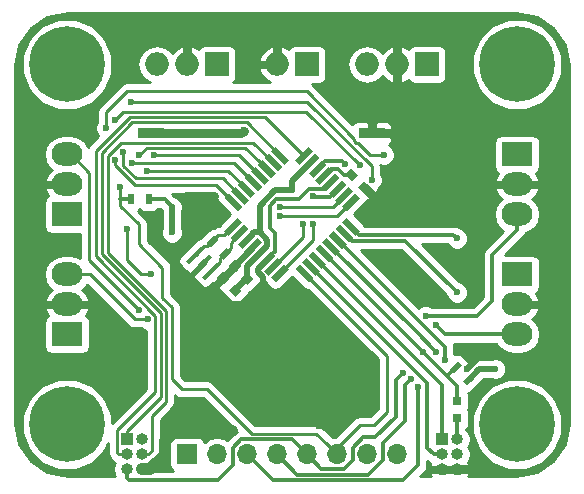
<source format=gbr>
G04 #@! TF.FileFunction,Copper,L2,Bot,Signal*
%FSLAX46Y46*%
G04 Gerber Fmt 4.6, Leading zero omitted, Abs format (unit mm)*
G04 Created by KiCad (PCBNEW 4.0.6+dfsg1-1) date Wed Jun  6 22:51:37 2018*
%MOMM*%
%LPD*%
G01*
G04 APERTURE LIST*
%ADD10C,0.100000*%
%ADD11C,0.600000*%
%ADD12R,2.200000X0.900000*%
%ADD13C,0.400000*%
%ADD14R,2.600000X2.000000*%
%ADD15O,2.600000X2.000000*%
%ADD16R,0.750000X0.800000*%
%ADD17R,1.700000X1.700000*%
%ADD18O,1.700000X1.700000*%
%ADD19O,1.998980X1.998980*%
%ADD20R,1.998980X1.998980*%
%ADD21R,0.500000X0.900000*%
%ADD22R,1.000000X1.000000*%
%ADD23O,1.000000X1.000000*%
%ADD24C,6.400000*%
%ADD25C,0.300000*%
%ADD26C,0.500000*%
%ADD27C,0.750000*%
%ADD28C,1.000000*%
%ADD29C,0.250000*%
%ADD30C,0.254000*%
G04 APERTURE END LIST*
D10*
D11*
X136398000Y-104648000D03*
X139192000Y-105537000D03*
X137096500Y-99631500D03*
X133350000Y-101346000D03*
X129413000Y-97790000D03*
X136080500Y-82042000D03*
X141986000Y-81788000D03*
X139446000Y-87312500D03*
X138303000Y-87312500D03*
X151828500Y-88900000D03*
X156527500Y-89535000D03*
X153225500Y-87503000D03*
X152971500Y-105473500D03*
X129921000Y-110363000D03*
X131127500Y-105283000D03*
X123825000Y-102425500D03*
X161861500Y-109982000D03*
X168021000Y-102235000D03*
X169037000Y-91503500D03*
X168719500Y-79565500D03*
X161480500Y-79502000D03*
X161290000Y-73152000D03*
X123444000Y-79692500D03*
X131127500Y-73342500D03*
X148844000Y-73406000D03*
X141668500Y-77343000D03*
X152781000Y-92519500D03*
X143827500Y-105473500D03*
X137096500Y-102489000D03*
X139509500Y-99631500D03*
X133096000Y-99885500D03*
X146875500Y-95948500D03*
X130937000Y-97790000D03*
X124587000Y-87693500D03*
X124396500Y-83693000D03*
X150177500Y-79248000D03*
X153225500Y-78676500D03*
X161163000Y-84074000D03*
X162369500Y-87503000D03*
X162115500Y-90678000D03*
X165862000Y-91503500D03*
X160845500Y-101981000D03*
X148336000Y-106807000D03*
X140970000Y-107251500D03*
D12*
X152801000Y-82044500D03*
D13*
X153551000Y-82044500D03*
X152051000Y-82044500D03*
D14*
X165100000Y-83820000D03*
D15*
X165100000Y-86360000D03*
X165100000Y-88900000D03*
D14*
X127000000Y-88900000D03*
D15*
X127000000Y-86360000D03*
X127000000Y-83820000D03*
D16*
X160020000Y-104660000D03*
X160020000Y-106160000D03*
D10*
G36*
X141794338Y-95353508D02*
X141264008Y-95883838D01*
X140698322Y-95318152D01*
X141228652Y-94787822D01*
X141794338Y-95353508D01*
X141794338Y-95353508D01*
G37*
G36*
X140733678Y-94292848D02*
X140203348Y-94823178D01*
X139637662Y-94257492D01*
X140167992Y-93727162D01*
X140733678Y-94292848D01*
X140733678Y-94292848D01*
G37*
G36*
X142810338Y-94337508D02*
X142280008Y-94867838D01*
X141714322Y-94302152D01*
X142244652Y-93771822D01*
X142810338Y-94337508D01*
X142810338Y-94337508D01*
G37*
G36*
X141749678Y-93276848D02*
X141219348Y-93807178D01*
X140653662Y-93241492D01*
X141183992Y-92711162D01*
X141749678Y-93276848D01*
X141749678Y-93276848D01*
G37*
G36*
X150537332Y-85535662D02*
X151067662Y-85005332D01*
X151633348Y-85571018D01*
X151103018Y-86101348D01*
X150537332Y-85535662D01*
X150537332Y-85535662D01*
G37*
G36*
X151597992Y-86596322D02*
X152128322Y-86065992D01*
X152694008Y-86631678D01*
X152163678Y-87162008D01*
X151597992Y-86596322D01*
X151597992Y-86596322D01*
G37*
D17*
X137160000Y-109220000D03*
D18*
X139700000Y-109220000D03*
X142240000Y-109220000D03*
X144780000Y-109220000D03*
X147320000Y-109220000D03*
X149860000Y-109220000D03*
X152400000Y-109220000D03*
X154940000Y-109220000D03*
D19*
X152400000Y-76200000D03*
D20*
X157480000Y-76200000D03*
D19*
X154940000Y-76200000D03*
X144780000Y-76200000D03*
D20*
X147320000Y-76200000D03*
D10*
G36*
X161489805Y-102750909D02*
X160853409Y-103387305D01*
X160499855Y-103033751D01*
X161136251Y-102397355D01*
X161489805Y-102750909D01*
X161489805Y-102750909D01*
G37*
G36*
X160429145Y-101690249D02*
X159792749Y-102326645D01*
X159439195Y-101973091D01*
X160075591Y-101336695D01*
X160429145Y-101690249D01*
X160429145Y-101690249D01*
G37*
D21*
X133909500Y-87630000D03*
X132409500Y-87630000D03*
D10*
G36*
X140852305Y-92082909D02*
X140215909Y-92719305D01*
X139862355Y-92365751D01*
X140498751Y-91729355D01*
X140852305Y-92082909D01*
X140852305Y-92082909D01*
G37*
G36*
X139791645Y-91022249D02*
X139155249Y-91658645D01*
X138801695Y-91305091D01*
X139438091Y-90668695D01*
X139791645Y-91022249D01*
X139791645Y-91022249D01*
G37*
G36*
X144653464Y-94645243D02*
X144264555Y-94256334D01*
X145395926Y-93124963D01*
X145784835Y-93513872D01*
X144653464Y-94645243D01*
X144653464Y-94645243D01*
G37*
G36*
X144087779Y-94079557D02*
X143698870Y-93690648D01*
X144830241Y-92559277D01*
X145219150Y-92948186D01*
X144087779Y-94079557D01*
X144087779Y-94079557D01*
G37*
G36*
X143522093Y-93513872D02*
X143133184Y-93124963D01*
X144264555Y-91993592D01*
X144653464Y-92382501D01*
X143522093Y-93513872D01*
X143522093Y-93513872D01*
G37*
G36*
X142956408Y-92948187D02*
X142567499Y-92559278D01*
X143698870Y-91427907D01*
X144087779Y-91816816D01*
X142956408Y-92948187D01*
X142956408Y-92948187D01*
G37*
G36*
X142390722Y-92382501D02*
X142001813Y-91993592D01*
X143133184Y-90862221D01*
X143522093Y-91251130D01*
X142390722Y-92382501D01*
X142390722Y-92382501D01*
G37*
G36*
X141825037Y-91816816D02*
X141436128Y-91427907D01*
X142567499Y-90296536D01*
X142956408Y-90685445D01*
X141825037Y-91816816D01*
X141825037Y-91816816D01*
G37*
G36*
X141259352Y-91251130D02*
X140870443Y-90862221D01*
X142001814Y-89730850D01*
X142390723Y-90119759D01*
X141259352Y-91251130D01*
X141259352Y-91251130D01*
G37*
G36*
X140693666Y-90685445D02*
X140304757Y-90296536D01*
X141436128Y-89165165D01*
X141825037Y-89554074D01*
X140693666Y-90685445D01*
X140693666Y-90685445D01*
G37*
G36*
X140304757Y-87503464D02*
X140693666Y-87114555D01*
X141825037Y-88245926D01*
X141436128Y-88634835D01*
X140304757Y-87503464D01*
X140304757Y-87503464D01*
G37*
G36*
X140870443Y-86937779D02*
X141259352Y-86548870D01*
X142390723Y-87680241D01*
X142001814Y-88069150D01*
X140870443Y-86937779D01*
X140870443Y-86937779D01*
G37*
G36*
X141436128Y-86372093D02*
X141825037Y-85983184D01*
X142956408Y-87114555D01*
X142567499Y-87503464D01*
X141436128Y-86372093D01*
X141436128Y-86372093D01*
G37*
G36*
X142001813Y-85806408D02*
X142390722Y-85417499D01*
X143522093Y-86548870D01*
X143133184Y-86937779D01*
X142001813Y-85806408D01*
X142001813Y-85806408D01*
G37*
G36*
X142567499Y-85240722D02*
X142956408Y-84851813D01*
X144087779Y-85983184D01*
X143698870Y-86372093D01*
X142567499Y-85240722D01*
X142567499Y-85240722D01*
G37*
G36*
X143133184Y-84675037D02*
X143522093Y-84286128D01*
X144653464Y-85417499D01*
X144264555Y-85806408D01*
X143133184Y-84675037D01*
X143133184Y-84675037D01*
G37*
G36*
X143698870Y-84109352D02*
X144087779Y-83720443D01*
X145219150Y-84851814D01*
X144830241Y-85240723D01*
X143698870Y-84109352D01*
X143698870Y-84109352D01*
G37*
G36*
X144264555Y-83543666D02*
X144653464Y-83154757D01*
X145784835Y-84286128D01*
X145395926Y-84675037D01*
X144264555Y-83543666D01*
X144264555Y-83543666D01*
G37*
G36*
X146704074Y-84675037D02*
X146315165Y-84286128D01*
X147446536Y-83154757D01*
X147835445Y-83543666D01*
X146704074Y-84675037D01*
X146704074Y-84675037D01*
G37*
G36*
X147269759Y-85240723D02*
X146880850Y-84851814D01*
X148012221Y-83720443D01*
X148401130Y-84109352D01*
X147269759Y-85240723D01*
X147269759Y-85240723D01*
G37*
G36*
X147835445Y-85806408D02*
X147446536Y-85417499D01*
X148577907Y-84286128D01*
X148966816Y-84675037D01*
X147835445Y-85806408D01*
X147835445Y-85806408D01*
G37*
G36*
X148401130Y-86372093D02*
X148012221Y-85983184D01*
X149143592Y-84851813D01*
X149532501Y-85240722D01*
X148401130Y-86372093D01*
X148401130Y-86372093D01*
G37*
G36*
X148966816Y-86937779D02*
X148577907Y-86548870D01*
X149709278Y-85417499D01*
X150098187Y-85806408D01*
X148966816Y-86937779D01*
X148966816Y-86937779D01*
G37*
G36*
X149532501Y-87503464D02*
X149143592Y-87114555D01*
X150274963Y-85983184D01*
X150663872Y-86372093D01*
X149532501Y-87503464D01*
X149532501Y-87503464D01*
G37*
G36*
X150098186Y-88069150D02*
X149709277Y-87680241D01*
X150840648Y-86548870D01*
X151229557Y-86937779D01*
X150098186Y-88069150D01*
X150098186Y-88069150D01*
G37*
G36*
X150663872Y-88634835D02*
X150274963Y-88245926D01*
X151406334Y-87114555D01*
X151795243Y-87503464D01*
X150663872Y-88634835D01*
X150663872Y-88634835D01*
G37*
G36*
X150274963Y-89554074D02*
X150663872Y-89165165D01*
X151795243Y-90296536D01*
X151406334Y-90685445D01*
X150274963Y-89554074D01*
X150274963Y-89554074D01*
G37*
G36*
X149709277Y-90119759D02*
X150098186Y-89730850D01*
X151229557Y-90862221D01*
X150840648Y-91251130D01*
X149709277Y-90119759D01*
X149709277Y-90119759D01*
G37*
G36*
X149143592Y-90685445D02*
X149532501Y-90296536D01*
X150663872Y-91427907D01*
X150274963Y-91816816D01*
X149143592Y-90685445D01*
X149143592Y-90685445D01*
G37*
G36*
X148577907Y-91251130D02*
X148966816Y-90862221D01*
X150098187Y-91993592D01*
X149709278Y-92382501D01*
X148577907Y-91251130D01*
X148577907Y-91251130D01*
G37*
G36*
X148012221Y-91816816D02*
X148401130Y-91427907D01*
X149532501Y-92559278D01*
X149143592Y-92948187D01*
X148012221Y-91816816D01*
X148012221Y-91816816D01*
G37*
G36*
X147446536Y-92382501D02*
X147835445Y-91993592D01*
X148966816Y-93124963D01*
X148577907Y-93513872D01*
X147446536Y-92382501D01*
X147446536Y-92382501D01*
G37*
G36*
X146880850Y-92948186D02*
X147269759Y-92559277D01*
X148401130Y-93690648D01*
X148012221Y-94079557D01*
X146880850Y-92948186D01*
X146880850Y-92948186D01*
G37*
G36*
X146315165Y-93513872D02*
X146704074Y-93124963D01*
X147835445Y-94256334D01*
X147446536Y-94645243D01*
X146315165Y-93513872D01*
X146315165Y-93513872D01*
G37*
D12*
X134112000Y-82022000D03*
D13*
X134862000Y-82022000D03*
X133362000Y-82022000D03*
D10*
G36*
X137080683Y-92823975D02*
X138353475Y-91551183D01*
X138636317Y-91834025D01*
X137363525Y-93106817D01*
X137080683Y-92823975D01*
X137080683Y-92823975D01*
G37*
G36*
X137752434Y-93495726D02*
X139025226Y-92222934D01*
X139308068Y-92505776D01*
X138035276Y-93778568D01*
X137752434Y-93495726D01*
X137752434Y-93495726D01*
G37*
G36*
X138424185Y-94167477D02*
X139696977Y-92894685D01*
X139979819Y-93177527D01*
X138707027Y-94450319D01*
X138424185Y-94167477D01*
X138424185Y-94167477D01*
G37*
D14*
X127000000Y-99060000D03*
D15*
X127000000Y-96520000D03*
X127000000Y-93980000D03*
D14*
X165100000Y-93980000D03*
D15*
X165100000Y-96520000D03*
X165100000Y-99060000D03*
D22*
X132080000Y-107950000D03*
D23*
X133350000Y-107950000D03*
X132080000Y-109220000D03*
X133350000Y-109220000D03*
X132080000Y-110490000D03*
X133350000Y-110490000D03*
D24*
X165100000Y-106680000D03*
D11*
X167500000Y-106680000D03*
X166797056Y-108377056D03*
X165100000Y-109080000D03*
X163402944Y-108377056D03*
X162700000Y-106680000D03*
X163402944Y-104982944D03*
X165100000Y-104280000D03*
X166797056Y-104982944D03*
D24*
X127000000Y-106680000D03*
D11*
X129400000Y-106680000D03*
X128697056Y-108377056D03*
X127000000Y-109080000D03*
X125302944Y-108377056D03*
X124600000Y-106680000D03*
X125302944Y-104982944D03*
X127000000Y-104280000D03*
X128697056Y-104982944D03*
D24*
X127000000Y-76200000D03*
D11*
X129400000Y-76200000D03*
X128697056Y-77897056D03*
X127000000Y-78600000D03*
X125302944Y-77897056D03*
X124600000Y-76200000D03*
X125302944Y-74502944D03*
X127000000Y-73800000D03*
X128697056Y-74502944D03*
D24*
X165100000Y-76200000D03*
D11*
X167500000Y-76200000D03*
X166797056Y-77897056D03*
X165100000Y-78600000D03*
X163402944Y-77897056D03*
X162700000Y-76200000D03*
X163402944Y-74502944D03*
X165100000Y-73800000D03*
X166797056Y-74502944D03*
D22*
X158750000Y-107950000D03*
D23*
X160020000Y-107950000D03*
X158750000Y-109220000D03*
X160020000Y-109220000D03*
X158750000Y-110490000D03*
X160020000Y-110490000D03*
D11*
X137033000Y-87312500D03*
D19*
X134620000Y-76200000D03*
D20*
X139700000Y-76200000D03*
D19*
X137160000Y-76200000D03*
D11*
X155448000Y-102298500D03*
X157168314Y-100584000D03*
X163258500Y-101981000D03*
X135890000Y-88265000D03*
X135890000Y-90424000D03*
X146050000Y-86868000D03*
X138430000Y-90424000D03*
X137033000Y-90424000D03*
X139446000Y-94996000D03*
X134112000Y-93980000D03*
X132080000Y-90170000D03*
X133096000Y-97028000D03*
X133858000Y-97790000D03*
X157353000Y-97536000D03*
X158242000Y-98298000D03*
X145034000Y-88265000D03*
X145034000Y-89065003D03*
X160020000Y-90932000D03*
X160020000Y-95504000D03*
X159004000Y-101219000D03*
X156718000Y-103505000D03*
X158242000Y-100520500D03*
X156083000Y-102870000D03*
X131508500Y-86614000D03*
X130302000Y-81597500D03*
X153824767Y-83846271D03*
X147828000Y-89725500D03*
X146939000Y-89725500D03*
X133731000Y-85207000D03*
X132461000Y-84582000D03*
X132397500Y-79375000D03*
X152781000Y-85979000D03*
X131762500Y-83629500D03*
X151765000Y-84709000D03*
X131064000Y-80899000D03*
X131064000Y-84264500D03*
X134366000Y-83883500D03*
X133115999Y-83883500D03*
X150495000Y-84645500D03*
X147828000Y-87376000D03*
D25*
X160020000Y-103435686D02*
X159136814Y-102552500D01*
X159136814Y-102552500D02*
X156914314Y-100330000D01*
X159934170Y-101831670D02*
X159213340Y-102552500D01*
X159213340Y-102552500D02*
X159136814Y-102552500D01*
X132080000Y-110490000D02*
X132080000Y-111197106D01*
X132080000Y-111197106D02*
X132261894Y-111379000D01*
X132261894Y-111379000D02*
X139763500Y-111379000D01*
X139763500Y-111379000D02*
X141039999Y-110102501D01*
X141039999Y-110102501D02*
X141039999Y-108643999D01*
X141039999Y-108643999D02*
X141733998Y-107950000D01*
X141733998Y-107950000D02*
X146050000Y-107950000D01*
X146050000Y-107950000D02*
X147320000Y-109220000D01*
X151199999Y-109656003D02*
X151199999Y-108643999D01*
X151199999Y-108643999D02*
X152084498Y-107759500D01*
X155448000Y-102298500D02*
X154813000Y-102933500D01*
X154813000Y-102933500D02*
X154813000Y-106045000D01*
X153098500Y-107759500D02*
X152084498Y-107759500D01*
X154813000Y-106045000D02*
X153098500Y-107759500D01*
X151199999Y-109656003D02*
X150436001Y-110420001D01*
X148520001Y-110420001D02*
X147320000Y-109220000D01*
X150436001Y-110420001D02*
X148520001Y-110420001D01*
X156914314Y-100330000D02*
X148772361Y-92188047D01*
X156914314Y-100330000D02*
X157168314Y-100584000D01*
X160020000Y-104660000D02*
X160020000Y-103435686D01*
X160020000Y-106160000D02*
X160020000Y-107950000D01*
X133909500Y-87630000D02*
X135255000Y-87630000D01*
X135255000Y-87630000D02*
X135890000Y-88265000D01*
D26*
X161906160Y-101981000D02*
X163258500Y-101981000D01*
X160994830Y-102892330D02*
X161906160Y-101981000D01*
X135890000Y-88265000D02*
X135890000Y-90424000D01*
X147640990Y-84480583D02*
X146050000Y-86071573D01*
X146050000Y-86071573D02*
X146050000Y-86868000D01*
X143319585Y-90412211D02*
X143319585Y-88168871D01*
X143319585Y-88168871D02*
X144620456Y-86868000D01*
X144620456Y-86868000D02*
X145625736Y-86868000D01*
X145625736Y-86868000D02*
X146050000Y-86868000D01*
X142196268Y-91056676D02*
X142840733Y-90412211D01*
X142840733Y-90412211D02*
X143319585Y-90412211D01*
X143319585Y-90412211D02*
X143972103Y-91064729D01*
X143972103Y-91064729D02*
X143972103Y-91543583D01*
X143972103Y-91543583D02*
X143964034Y-91551652D01*
X143964034Y-91551652D02*
X143327639Y-92188047D01*
X143327639Y-92188047D02*
X142262330Y-93253356D01*
X142262330Y-93253356D02*
X142262330Y-94319830D01*
X141246330Y-95335830D02*
X142262330Y-94319830D01*
D27*
X161861500Y-109982000D02*
X161353500Y-110490000D01*
X161353500Y-110490000D02*
X160020000Y-110490000D01*
X152801000Y-82044500D02*
X155064500Y-82044500D01*
X152801000Y-82044500D02*
X152801000Y-80844500D01*
X152801000Y-80844500D02*
X152781000Y-80824500D01*
X136080500Y-82042000D02*
X134132000Y-82042000D01*
X134132000Y-82042000D02*
X134112000Y-82022000D01*
D28*
X133350000Y-110490000D02*
X134057106Y-110490000D01*
X134057106Y-110490000D02*
X135318500Y-109228606D01*
X135318500Y-109228606D02*
X135318500Y-108101498D01*
X136168498Y-107251500D02*
X140545736Y-107251500D01*
X135318500Y-108101498D02*
X136168498Y-107251500D01*
X140545736Y-107251500D02*
X140970000Y-107251500D01*
D27*
X138303000Y-87312500D02*
X139446000Y-87312500D01*
X137033000Y-87312500D02*
X138303000Y-87312500D01*
X136080500Y-82042000D02*
X141732000Y-82042000D01*
X141732000Y-82042000D02*
X141752000Y-82022000D01*
X141752000Y-82022000D02*
X141946918Y-81827082D01*
D26*
X141752000Y-82022000D02*
X141986000Y-81788000D01*
X160845500Y-101981000D02*
X161925000Y-100901500D01*
D27*
X152146000Y-86614000D02*
X153035000Y-87503000D01*
X153035000Y-87503000D02*
X153225500Y-87503000D01*
D26*
X143893324Y-92753732D02*
X143140872Y-93506184D01*
X143140872Y-93506184D02*
X143140872Y-93769061D01*
X143140872Y-93769061D02*
X143573500Y-94201689D01*
X143573500Y-94201689D02*
X143573500Y-94678500D01*
X143573500Y-94678500D02*
X141795500Y-96456500D01*
X141795500Y-96456500D02*
X140906500Y-96456500D01*
X140906500Y-96456500D02*
X139446000Y-94996000D01*
D25*
X144145000Y-90037402D02*
X144399000Y-90291402D01*
X144399000Y-90291402D02*
X144572113Y-90464515D01*
D26*
X140185670Y-94275170D02*
X140166830Y-94275170D01*
X140166830Y-94275170D02*
X139446000Y-94996000D01*
X140185670Y-94275170D02*
X141201670Y-93259170D01*
X142761953Y-91622361D02*
X142761953Y-91698887D01*
X142761953Y-91698887D02*
X141201670Y-93259170D01*
D25*
X149338047Y-86177639D02*
X148789687Y-86725999D01*
X148789687Y-86725999D02*
X147515999Y-86725999D01*
X147515999Y-86725999D02*
X146626999Y-87614999D01*
X146626999Y-87614999D02*
X144721999Y-87614999D01*
X144721999Y-87614999D02*
X144145000Y-88191998D01*
X144145000Y-88191998D02*
X144145000Y-90037402D01*
X144572113Y-90464515D02*
X144572113Y-92074943D01*
X144572113Y-92074943D02*
X144529719Y-92117337D01*
X144529719Y-92117337D02*
X143893324Y-92753732D01*
X148772361Y-85611953D02*
X149316825Y-85067489D01*
X149316825Y-85067489D02*
X149969159Y-85067489D01*
X149969159Y-85067489D02*
X150455010Y-85553340D01*
X150455010Y-85553340D02*
X151085340Y-85553340D01*
D29*
X132080000Y-92773500D02*
X133286500Y-93980000D01*
X133286500Y-93980000D02*
X134112000Y-93980000D01*
X132080000Y-90170000D02*
X132080000Y-92773500D01*
X128841500Y-85361500D02*
X128841500Y-92773500D01*
X128841500Y-92773500D02*
X129540000Y-93472000D01*
X127300000Y-83820000D02*
X128841500Y-85361500D01*
X133096000Y-97028000D02*
X129540000Y-93472000D01*
X127300000Y-83820000D02*
X127000000Y-83820000D01*
X132715000Y-97790000D02*
X128905000Y-93980000D01*
X128905000Y-93980000D02*
X127000000Y-93980000D01*
X133858000Y-97790000D02*
X132715000Y-97790000D01*
D25*
X163004500Y-96202500D02*
X163004500Y-92295500D01*
X163004500Y-92295500D02*
X165100000Y-90200000D01*
X165100000Y-90200000D02*
X165100000Y-88900000D01*
X161671000Y-97536000D02*
X163004500Y-96202500D01*
X157353000Y-97536000D02*
X161671000Y-97536000D01*
X164800000Y-88900000D02*
X165100000Y-88900000D01*
X158242000Y-98298000D02*
X159004000Y-99060000D01*
X159004000Y-99060000D02*
X165100000Y-99060000D01*
D29*
X145024695Y-83914897D02*
X142199298Y-81089500D01*
X142199298Y-81089500D02*
X132524500Y-81089500D01*
X129926510Y-83687490D02*
X129926510Y-92269600D01*
X132524500Y-81089500D02*
X129926510Y-83687490D01*
X129926510Y-92269600D02*
X134933011Y-97276101D01*
X134933011Y-97276101D02*
X134933011Y-104346989D01*
X134933011Y-104346989D02*
X132080000Y-107200000D01*
X132080000Y-107200000D02*
X132080000Y-107950000D01*
X147075305Y-83914897D02*
X143799898Y-80639490D01*
X143799898Y-80639490D02*
X132338100Y-80639490D01*
X131372894Y-109220000D02*
X132080000Y-109220000D01*
X132338100Y-80639490D02*
X129476500Y-83501090D01*
X129476500Y-83501090D02*
X129476500Y-92456000D01*
X129476500Y-92456000D02*
X134483001Y-97462501D01*
X134483001Y-97462501D02*
X134483001Y-103961997D01*
X134483001Y-103961997D02*
X131254999Y-107189999D01*
X131254999Y-109102105D02*
X131372894Y-109220000D01*
X131254999Y-107189999D02*
X131254999Y-109102105D01*
X133858000Y-109220000D02*
X133350000Y-109220000D01*
X134175001Y-108902999D02*
X133858000Y-109220000D01*
X135383021Y-104773979D02*
X134175001Y-105981999D01*
X134175001Y-105981999D02*
X134175001Y-108902999D01*
X135383021Y-97089701D02*
X135383021Y-104773979D01*
X144459010Y-84480583D02*
X142786917Y-82808490D01*
X142786917Y-82808490D02*
X131567511Y-82808489D01*
X131567511Y-82808489D02*
X130429000Y-83947000D01*
X130429000Y-83947000D02*
X130429000Y-92135680D01*
X130429000Y-92135680D02*
X135383021Y-97089701D01*
D25*
X157480000Y-103158427D02*
X157480000Y-108657106D01*
X157480000Y-108657106D02*
X158042894Y-109220000D01*
X158042894Y-109220000D02*
X158750000Y-109220000D01*
X147640990Y-93319417D02*
X157480000Y-103158427D01*
X158750000Y-103297056D02*
X158750000Y-107950000D01*
X148206676Y-92753732D02*
X158750000Y-103297056D01*
D29*
X150469417Y-87309010D02*
X149513427Y-88265000D01*
X149513427Y-88265000D02*
X145034000Y-88265000D01*
X151035103Y-87874695D02*
X149844795Y-89065003D01*
X149844795Y-89065003D02*
X145034000Y-89065003D01*
D25*
X151035103Y-89925305D02*
X151737173Y-90627375D01*
X151737173Y-90627375D02*
X159715375Y-90627375D01*
X159715375Y-90627375D02*
X160020000Y-90932000D01*
X150469417Y-90490990D02*
X151105812Y-91127385D01*
X155643385Y-91127385D02*
X160020000Y-95504000D01*
X151105812Y-91127385D02*
X155643385Y-91127385D01*
X156718000Y-103505000D02*
X156718000Y-110109000D01*
X156718000Y-110109000D02*
X155406981Y-111420019D01*
X155406981Y-111420019D02*
X144440019Y-111420019D01*
X144440019Y-111420019D02*
X142240000Y-109220000D01*
X159004000Y-101219000D02*
X159004000Y-100156944D01*
X159004000Y-100156944D02*
X158115000Y-99267944D01*
X158115000Y-99267944D02*
X149903732Y-91056676D01*
X156083000Y-102870000D02*
X155638500Y-103314500D01*
X153739999Y-108267500D02*
X153739999Y-109656003D01*
X155638500Y-103314500D02*
X155638500Y-106368999D01*
X155638500Y-106368999D02*
X153739999Y-108267500D01*
X152475993Y-110920009D02*
X146480009Y-110920009D01*
X153739999Y-109656003D02*
X152475993Y-110920009D01*
X146480009Y-110920009D02*
X144780000Y-109220000D01*
X156781500Y-99060000D02*
X157924500Y-100203000D01*
X157924500Y-100203000D02*
X158178500Y-100457000D01*
X158242000Y-100520500D02*
X157924500Y-100203000D01*
X156775686Y-99060000D02*
X156781500Y-99060000D01*
X149338047Y-91622361D02*
X156775686Y-99060000D01*
D29*
X131508500Y-86614000D02*
X131508500Y-87630000D01*
X131508500Y-87630000D02*
X131508500Y-88155926D01*
D25*
X132409500Y-87630000D02*
X131508500Y-87630000D01*
D29*
X133096000Y-91440000D02*
X135064500Y-93408500D01*
X135890000Y-96774000D02*
X135890000Y-102870000D01*
X135064500Y-93408500D02*
X135064500Y-95948500D01*
X135064500Y-95948500D02*
X135890000Y-96774000D01*
X153824767Y-83846271D02*
X152616771Y-83846271D01*
X152616771Y-83846271D02*
X151638000Y-82867500D01*
X151638000Y-82867500D02*
X151488998Y-82867500D01*
X151488998Y-82867500D02*
X151320500Y-82699002D01*
X147320000Y-78486000D02*
X132080000Y-78486000D01*
X151320500Y-82699002D02*
X151320500Y-82486500D01*
X151320500Y-82486500D02*
X147320000Y-78486000D01*
X132080000Y-78486000D02*
X130302000Y-80264000D01*
X130302000Y-80264000D02*
X130302000Y-80391000D01*
X130302000Y-80391000D02*
X130302000Y-81597500D01*
X142621000Y-107474990D02*
X148114990Y-107474990D01*
X135890000Y-102870000D02*
X136715500Y-103695500D01*
X136715500Y-103695500D02*
X138841510Y-103695500D01*
X138841510Y-103695500D02*
X142621000Y-107474990D01*
X131508500Y-88155926D02*
X133096000Y-89743426D01*
X133096000Y-89743426D02*
X133096000Y-91440000D01*
X148114990Y-107474990D02*
X149010001Y-108370001D01*
X149010001Y-108370001D02*
X149860000Y-109220000D01*
X147075305Y-93885103D02*
X154051000Y-100860798D01*
X154051000Y-100860798D02*
X154051000Y-100901500D01*
X154051000Y-102362000D02*
X154051000Y-100901500D01*
X154051000Y-105664000D02*
X154051000Y-102362000D01*
X152971500Y-106743500D02*
X154051000Y-105664000D01*
X151765000Y-106743500D02*
X152971500Y-106743500D01*
X149860000Y-108648500D02*
X151765000Y-106743500D01*
X149860000Y-109220000D02*
X149860000Y-108648500D01*
X145024695Y-93885103D02*
X147828000Y-91081798D01*
X147828000Y-91081798D02*
X147828000Y-89725500D01*
X144459010Y-93319417D02*
X146939000Y-90839427D01*
X146939000Y-90839427D02*
X146939000Y-89725500D01*
X133731000Y-85207000D02*
X140659944Y-85207000D01*
X140659944Y-85207000D02*
X142196268Y-86743324D01*
X141166314Y-84582000D02*
X132461000Y-84582000D01*
X142761953Y-86177639D02*
X141166314Y-84582000D01*
X132397500Y-79375000D02*
X147356002Y-79375000D01*
X147356002Y-79375000D02*
X152781000Y-84799998D01*
X152781000Y-84799998D02*
X152781000Y-85979000D01*
X138620500Y-85852000D02*
X138493500Y-85852000D01*
X132805998Y-85852000D02*
X131762500Y-84808502D01*
X140173573Y-85852000D02*
X138620500Y-85852000D01*
X138620500Y-85852000D02*
X132805998Y-85852000D01*
X131762500Y-84808502D02*
X131762500Y-83629500D01*
X141630583Y-87309010D02*
X140173573Y-85852000D01*
X151765000Y-84709000D02*
X147245481Y-80189481D01*
X147245481Y-80189481D02*
X131773519Y-80189481D01*
X131773519Y-80189481D02*
X131363999Y-80599001D01*
X131363999Y-80599001D02*
X131064000Y-80899000D01*
X133858000Y-86423500D02*
X132741088Y-86423500D01*
X132741088Y-86423500D02*
X131064000Y-84746412D01*
X131064000Y-84746412D02*
X131064000Y-84264500D01*
X139613702Y-86423500D02*
X133858000Y-86423500D01*
X141064897Y-87874695D02*
X139613702Y-86423500D01*
X134366000Y-83883500D02*
X141599186Y-83883500D01*
X141599186Y-83883500D02*
X143327639Y-85611953D01*
X133115999Y-83883500D02*
X133741000Y-83258499D01*
X133741000Y-83258499D02*
X142105555Y-83258499D01*
X142105555Y-83258499D02*
X143256929Y-84409873D01*
X143256929Y-84409873D02*
X143893324Y-85046268D01*
X139954000Y-92910502D02*
X139954000Y-92627660D01*
X139954000Y-92627660D02*
X140357330Y-92224330D01*
X139228751Y-93635751D02*
X139954000Y-92910502D01*
X140843000Y-91738660D02*
X140843000Y-91278573D01*
X140843000Y-91278573D02*
X141630583Y-90490990D01*
X140357330Y-92224330D02*
X140843000Y-91738660D01*
X138610498Y-91567000D02*
X138893340Y-91567000D01*
X138893340Y-91567000D02*
X139296670Y-91163670D01*
X137885249Y-92292249D02*
X138610498Y-91567000D01*
X139782340Y-90678000D02*
X140312202Y-90678000D01*
X140312202Y-90678000D02*
X141064897Y-89925305D01*
X139296670Y-91163670D02*
X139782340Y-90678000D01*
D25*
X148206676Y-85046268D02*
X148843071Y-84409873D01*
X148843071Y-84409873D02*
X150259373Y-84409873D01*
X150259373Y-84409873D02*
X150495000Y-84645500D01*
X148339719Y-87379719D02*
X147831719Y-87379719D01*
X147831719Y-87379719D02*
X147828000Y-87376000D01*
X148339719Y-87379719D02*
X149267337Y-87379719D01*
X149267337Y-87379719D02*
X149903732Y-86743324D01*
D30*
G36*
X166767005Y-72175498D02*
X168180221Y-73119779D01*
X169124502Y-74532997D01*
X169470000Y-76269931D01*
X169470000Y-106610069D01*
X169124502Y-108347003D01*
X168180221Y-109760221D01*
X166767005Y-110704502D01*
X165030069Y-111050000D01*
X160986145Y-111050000D01*
X161061839Y-110940395D01*
X161075142Y-110908209D01*
X160964225Y-110738000D01*
X160268000Y-110738000D01*
X160268000Y-110758000D01*
X159772000Y-110758000D01*
X159772000Y-110738000D01*
X158998000Y-110738000D01*
X158998000Y-110758000D01*
X158502000Y-110758000D01*
X158502000Y-110738000D01*
X157805775Y-110738000D01*
X157694858Y-110908209D01*
X157708161Y-110940395D01*
X157783855Y-111050000D01*
X156887158Y-111050000D01*
X157273079Y-110664079D01*
X157443245Y-110409406D01*
X157503000Y-110109000D01*
X157503000Y-109785225D01*
X157742487Y-109945245D01*
X157769602Y-109950639D01*
X157708161Y-110039605D01*
X157694858Y-110071791D01*
X157805775Y-110242000D01*
X158253604Y-110242000D01*
X158293418Y-110268603D01*
X158727764Y-110355000D01*
X158772236Y-110355000D01*
X159206582Y-110268603D01*
X159246396Y-110242000D01*
X159523604Y-110242000D01*
X159563418Y-110268603D01*
X159997764Y-110355000D01*
X160042236Y-110355000D01*
X160476582Y-110268603D01*
X160516396Y-110242000D01*
X160964225Y-110242000D01*
X161075142Y-110071791D01*
X161061839Y-110039605D01*
X160945743Y-109871498D01*
X161090839Y-109654346D01*
X161177236Y-109220000D01*
X161090839Y-108785654D01*
X160956766Y-108585000D01*
X161090839Y-108384346D01*
X161177236Y-107950000D01*
X161090839Y-107515654D01*
X161039943Y-107439482D01*
X161264336Y-107439482D01*
X161846950Y-108849515D01*
X162924811Y-109929259D01*
X164333825Y-110514333D01*
X165859482Y-110515664D01*
X167269515Y-109933050D01*
X168349259Y-108855189D01*
X168934333Y-107446175D01*
X168935664Y-105920518D01*
X168353050Y-104510485D01*
X167275189Y-103430741D01*
X165866175Y-102845667D01*
X164340518Y-102844336D01*
X162930485Y-103426950D01*
X161850741Y-104504811D01*
X161265667Y-105913825D01*
X161264336Y-107439482D01*
X161039943Y-107439482D01*
X160844802Y-107147434D01*
X160805000Y-107120839D01*
X160805000Y-107050757D01*
X160846441Y-107024090D01*
X160991431Y-106811890D01*
X161042440Y-106560000D01*
X161042440Y-105760000D01*
X160998162Y-105524683D01*
X160924380Y-105410022D01*
X160991431Y-105311890D01*
X161042440Y-105060000D01*
X161042440Y-104260000D01*
X160998162Y-104024683D01*
X160987302Y-104007807D01*
X161097036Y-103987159D01*
X161311218Y-103845114D01*
X161947614Y-103208718D01*
X161985566Y-103153174D01*
X162272739Y-102866000D01*
X162951678Y-102866000D01*
X163071701Y-102915838D01*
X163443667Y-102916162D01*
X163787443Y-102774117D01*
X164050692Y-102511327D01*
X164193338Y-102167799D01*
X164193662Y-101795833D01*
X164051617Y-101452057D01*
X163788827Y-101188808D01*
X163445299Y-101046162D01*
X163073333Y-101045838D01*
X162951931Y-101096000D01*
X161906165Y-101096000D01*
X161906160Y-101095999D01*
X161626455Y-101151637D01*
X161567485Y-101163367D01*
X161280370Y-101355210D01*
X161280368Y-101355213D01*
X161054331Y-101581250D01*
X161028999Y-101446622D01*
X160886954Y-101232440D01*
X160533400Y-100878886D01*
X160335697Y-100743801D01*
X160084535Y-100689317D01*
X159831964Y-100736841D01*
X159819785Y-100744918D01*
X159797117Y-100690057D01*
X159789000Y-100681926D01*
X159789000Y-100156944D01*
X159729245Y-99856538D01*
X159721536Y-99845000D01*
X163357997Y-99845000D01*
X163605971Y-100216120D01*
X164136404Y-100570543D01*
X164762091Y-100695000D01*
X165437909Y-100695000D01*
X166063596Y-100570543D01*
X166594029Y-100216120D01*
X166948452Y-99685687D01*
X167072909Y-99060000D01*
X166948452Y-98434313D01*
X166594029Y-97903880D01*
X166404769Y-97777421D01*
X166695362Y-97525411D01*
X166957390Y-97017758D01*
X166855270Y-96768000D01*
X165348000Y-96768000D01*
X165348000Y-96788000D01*
X164852000Y-96788000D01*
X164852000Y-96768000D01*
X164832000Y-96768000D01*
X164832000Y-96272000D01*
X164852000Y-96272000D01*
X164852000Y-96252000D01*
X165348000Y-96252000D01*
X165348000Y-96272000D01*
X166855270Y-96272000D01*
X166957390Y-96022242D01*
X166706961Y-95537060D01*
X166851441Y-95444090D01*
X166996431Y-95231890D01*
X167047440Y-94980000D01*
X167047440Y-92980000D01*
X167003162Y-92744683D01*
X166864090Y-92528559D01*
X166651890Y-92383569D01*
X166400000Y-92332560D01*
X164077598Y-92332560D01*
X165655076Y-90755081D01*
X165655079Y-90755079D01*
X165825245Y-90500406D01*
X165834037Y-90456205D01*
X166063596Y-90410543D01*
X166594029Y-90056120D01*
X166948452Y-89525687D01*
X167072909Y-88900000D01*
X166948452Y-88274313D01*
X166594029Y-87743880D01*
X166404769Y-87617421D01*
X166695362Y-87365411D01*
X166957390Y-86857758D01*
X166855270Y-86608000D01*
X165348000Y-86608000D01*
X165348000Y-86628000D01*
X164852000Y-86628000D01*
X164852000Y-86608000D01*
X163344730Y-86608000D01*
X163242610Y-86857758D01*
X163504638Y-87365411D01*
X163795231Y-87617421D01*
X163605971Y-87743880D01*
X163251548Y-88274313D01*
X163127091Y-88900000D01*
X163251548Y-89525687D01*
X163605971Y-90056120D01*
X163922335Y-90267507D01*
X162449421Y-91740421D01*
X162279255Y-91995093D01*
X162257512Y-92104401D01*
X162219500Y-92295500D01*
X162219500Y-95877342D01*
X161345842Y-96751000D01*
X157890506Y-96751000D01*
X157883327Y-96743808D01*
X157539799Y-96601162D01*
X157167833Y-96600838D01*
X156824057Y-96742883D01*
X156762023Y-96804809D01*
X151869599Y-91912385D01*
X155318227Y-91912385D01*
X159084847Y-95679005D01*
X159084838Y-95689167D01*
X159226883Y-96032943D01*
X159489673Y-96296192D01*
X159833201Y-96438838D01*
X160205167Y-96439162D01*
X160548943Y-96297117D01*
X160812192Y-96034327D01*
X160954838Y-95690799D01*
X160955162Y-95318833D01*
X160813117Y-94975057D01*
X160550327Y-94711808D01*
X160206799Y-94569162D01*
X160195310Y-94569152D01*
X157038533Y-91412375D01*
X159206815Y-91412375D01*
X159226883Y-91460943D01*
X159489673Y-91724192D01*
X159833201Y-91866838D01*
X160205167Y-91867162D01*
X160548943Y-91725117D01*
X160812192Y-91462327D01*
X160954838Y-91118799D01*
X160955162Y-90746833D01*
X160813117Y-90403057D01*
X160550327Y-90139808D01*
X160206799Y-89997162D01*
X160157944Y-89997119D01*
X160015782Y-89902130D01*
X159715375Y-89842375D01*
X152255471Y-89842375D01*
X152253052Y-89838727D01*
X151314325Y-88900000D01*
X152253052Y-87961273D01*
X152388137Y-87763570D01*
X152389857Y-87755640D01*
X152523376Y-87700335D01*
X152633020Y-87590691D01*
X152633020Y-87366185D01*
X152154839Y-86888004D01*
X152125120Y-86917723D01*
X151864143Y-86656746D01*
X151838163Y-86638994D01*
X151871996Y-86605161D01*
X151823913Y-86557078D01*
X151954307Y-86426683D01*
X151987883Y-86507943D01*
X152250673Y-86771192D01*
X152594201Y-86913838D01*
X152711105Y-86913940D01*
X152898185Y-87101020D01*
X153122691Y-87101020D01*
X153232335Y-86991376D01*
X153329008Y-86757987D01*
X153329008Y-86753085D01*
X153573192Y-86509327D01*
X153715838Y-86165799D01*
X153716162Y-85793833D01*
X153574117Y-85450057D01*
X153541000Y-85416882D01*
X153541000Y-84799998D01*
X153528174Y-84735518D01*
X153637968Y-84781109D01*
X154009934Y-84781433D01*
X154353710Y-84639388D01*
X154616959Y-84376598D01*
X154759605Y-84033070D01*
X154759929Y-83661104D01*
X154617884Y-83317328D01*
X154355094Y-83054079D01*
X154273378Y-83020148D01*
X154439327Y-82854198D01*
X154453492Y-82820000D01*
X163152560Y-82820000D01*
X163152560Y-84820000D01*
X163196838Y-85055317D01*
X163335910Y-85271441D01*
X163492374Y-85378349D01*
X163242610Y-85862242D01*
X163344730Y-86112000D01*
X164852000Y-86112000D01*
X164852000Y-86092000D01*
X165348000Y-86092000D01*
X165348000Y-86112000D01*
X166855270Y-86112000D01*
X166957390Y-85862242D01*
X166706961Y-85377060D01*
X166851441Y-85284090D01*
X166996431Y-85071890D01*
X167047440Y-84820000D01*
X167047440Y-82820000D01*
X167003162Y-82584683D01*
X166864090Y-82368559D01*
X166651890Y-82223569D01*
X166400000Y-82172560D01*
X163800000Y-82172560D01*
X163564683Y-82216838D01*
X163348559Y-82355910D01*
X163203569Y-82568110D01*
X163152560Y-82820000D01*
X154453492Y-82820000D01*
X154536000Y-82620809D01*
X154536000Y-82428250D01*
X154377250Y-82269500D01*
X154355867Y-82269500D01*
X154396450Y-82144633D01*
X154370887Y-81819500D01*
X154377250Y-81819500D01*
X154536000Y-81660750D01*
X154536000Y-81468191D01*
X154439327Y-81234802D01*
X154260699Y-81056173D01*
X154027310Y-80959500D01*
X153207750Y-80959500D01*
X153049000Y-81118250D01*
X153049000Y-81683922D01*
X152995672Y-81630594D01*
X152808225Y-81628450D01*
X152801872Y-81647998D01*
X152793775Y-81628450D01*
X152606328Y-81630594D01*
X152553000Y-81683922D01*
X152553000Y-81118250D01*
X152394250Y-80959500D01*
X151574690Y-80959500D01*
X151341301Y-81056173D01*
X151162673Y-81234802D01*
X151157088Y-81248286D01*
X147857401Y-77948599D01*
X147705242Y-77846930D01*
X148319490Y-77846930D01*
X148554807Y-77802652D01*
X148770931Y-77663580D01*
X148915921Y-77451380D01*
X148966930Y-77199490D01*
X148966930Y-76200000D01*
X150733488Y-76200000D01*
X150857906Y-76825492D01*
X151212219Y-77355759D01*
X151742486Y-77710072D01*
X152367978Y-77834490D01*
X152432022Y-77834490D01*
X153057514Y-77710072D01*
X153587781Y-77355759D01*
X153689654Y-77203296D01*
X153884405Y-77447931D01*
X154442320Y-77756897D01*
X154692000Y-77656833D01*
X154692000Y-76448000D01*
X154672000Y-76448000D01*
X154672000Y-75952000D01*
X154692000Y-75952000D01*
X154692000Y-74743167D01*
X155188000Y-74743167D01*
X155188000Y-75952000D01*
X155208000Y-75952000D01*
X155208000Y-76448000D01*
X155188000Y-76448000D01*
X155188000Y-77656833D01*
X155437680Y-77756897D01*
X155914641Y-77492762D01*
X156016420Y-77650931D01*
X156228620Y-77795921D01*
X156480510Y-77846930D01*
X158479490Y-77846930D01*
X158714807Y-77802652D01*
X158930931Y-77663580D01*
X159075921Y-77451380D01*
X159126930Y-77199490D01*
X159126930Y-76959482D01*
X161264336Y-76959482D01*
X161846950Y-78369515D01*
X162924811Y-79449259D01*
X164333825Y-80034333D01*
X165859482Y-80035664D01*
X167269515Y-79453050D01*
X168349259Y-78375189D01*
X168934333Y-76966175D01*
X168935664Y-75440518D01*
X168353050Y-74030485D01*
X167275189Y-72950741D01*
X165866175Y-72365667D01*
X164340518Y-72364336D01*
X162930485Y-72946950D01*
X161850741Y-74024811D01*
X161265667Y-75433825D01*
X161264336Y-76959482D01*
X159126930Y-76959482D01*
X159126930Y-75200510D01*
X159082652Y-74965193D01*
X158943580Y-74749069D01*
X158731380Y-74604079D01*
X158479490Y-74553070D01*
X156480510Y-74553070D01*
X156245193Y-74597348D01*
X156029069Y-74736420D01*
X155912982Y-74906319D01*
X155437680Y-74643103D01*
X155188000Y-74743167D01*
X154692000Y-74743167D01*
X154442320Y-74643103D01*
X153884405Y-74952069D01*
X153689654Y-75196704D01*
X153587781Y-75044241D01*
X153057514Y-74689928D01*
X152432022Y-74565510D01*
X152367978Y-74565510D01*
X151742486Y-74689928D01*
X151212219Y-75044241D01*
X150857906Y-75574508D01*
X150733488Y-76200000D01*
X148966930Y-76200000D01*
X148966930Y-75200510D01*
X148922652Y-74965193D01*
X148783580Y-74749069D01*
X148571380Y-74604079D01*
X148319490Y-74553070D01*
X146320510Y-74553070D01*
X146085193Y-74597348D01*
X145869069Y-74736420D01*
X145752982Y-74906319D01*
X145277680Y-74643103D01*
X145028000Y-74743167D01*
X145028000Y-75952000D01*
X145048000Y-75952000D01*
X145048000Y-76448000D01*
X145028000Y-76448000D01*
X145028000Y-76468000D01*
X144532000Y-76468000D01*
X144532000Y-76448000D01*
X143325248Y-76448000D01*
X143223120Y-76697677D01*
X143327195Y-76948979D01*
X143724405Y-77447931D01*
X144226528Y-77726000D01*
X141053928Y-77726000D01*
X141150931Y-77663580D01*
X141295921Y-77451380D01*
X141346930Y-77199490D01*
X141346930Y-75702323D01*
X143223120Y-75702323D01*
X143325248Y-75952000D01*
X144532000Y-75952000D01*
X144532000Y-74743167D01*
X144282320Y-74643103D01*
X143724405Y-74952069D01*
X143327195Y-75451021D01*
X143223120Y-75702323D01*
X141346930Y-75702323D01*
X141346930Y-75200510D01*
X141302652Y-74965193D01*
X141163580Y-74749069D01*
X140951380Y-74604079D01*
X140699490Y-74553070D01*
X138700510Y-74553070D01*
X138465193Y-74597348D01*
X138249069Y-74736420D01*
X138132982Y-74906319D01*
X137657680Y-74643103D01*
X137408000Y-74743167D01*
X137408000Y-75952000D01*
X137428000Y-75952000D01*
X137428000Y-76448000D01*
X137408000Y-76448000D01*
X137408000Y-76468000D01*
X136912000Y-76468000D01*
X136912000Y-76448000D01*
X136892000Y-76448000D01*
X136892000Y-75952000D01*
X136912000Y-75952000D01*
X136912000Y-74743167D01*
X136662320Y-74643103D01*
X136104405Y-74952069D01*
X135909654Y-75196704D01*
X135807781Y-75044241D01*
X135277514Y-74689928D01*
X134652022Y-74565510D01*
X134587978Y-74565510D01*
X133962486Y-74689928D01*
X133432219Y-75044241D01*
X133077906Y-75574508D01*
X132953488Y-76200000D01*
X133077906Y-76825492D01*
X133432219Y-77355759D01*
X133962486Y-77710072D01*
X134042562Y-77726000D01*
X132080000Y-77726000D01*
X131789161Y-77783852D01*
X131542599Y-77948599D01*
X129764599Y-79726599D01*
X129599852Y-79973161D01*
X129542000Y-80264000D01*
X129542000Y-81035037D01*
X129509808Y-81067173D01*
X129367162Y-81410701D01*
X129366838Y-81782667D01*
X129508883Y-82126443D01*
X129642497Y-82260291D01*
X128939099Y-82963689D01*
X128816727Y-83146833D01*
X128494029Y-82663880D01*
X127963596Y-82309457D01*
X127337909Y-82185000D01*
X126662091Y-82185000D01*
X126036404Y-82309457D01*
X125505971Y-82663880D01*
X125151548Y-83194313D01*
X125027091Y-83820000D01*
X125151548Y-84445687D01*
X125505971Y-84976120D01*
X125695231Y-85102579D01*
X125404638Y-85354589D01*
X125142610Y-85862242D01*
X125244730Y-86112000D01*
X126752000Y-86112000D01*
X126752000Y-86092000D01*
X127248000Y-86092000D01*
X127248000Y-86112000D01*
X127268000Y-86112000D01*
X127268000Y-86608000D01*
X127248000Y-86608000D01*
X127248000Y-86628000D01*
X126752000Y-86628000D01*
X126752000Y-86608000D01*
X125244730Y-86608000D01*
X125142610Y-86857758D01*
X125393039Y-87342940D01*
X125248559Y-87435910D01*
X125103569Y-87648110D01*
X125052560Y-87900000D01*
X125052560Y-89900000D01*
X125096838Y-90135317D01*
X125235910Y-90351441D01*
X125448110Y-90496431D01*
X125700000Y-90547440D01*
X128081500Y-90547440D01*
X128081500Y-92548238D01*
X127963596Y-92469457D01*
X127337909Y-92345000D01*
X126662091Y-92345000D01*
X126036404Y-92469457D01*
X125505971Y-92823880D01*
X125151548Y-93354313D01*
X125027091Y-93980000D01*
X125151548Y-94605687D01*
X125505971Y-95136120D01*
X125695231Y-95262579D01*
X125404638Y-95514589D01*
X125142610Y-96022242D01*
X125244730Y-96272000D01*
X126752000Y-96272000D01*
X126752000Y-96252000D01*
X127248000Y-96252000D01*
X127248000Y-96272000D01*
X128755270Y-96272000D01*
X128857390Y-96022242D01*
X128595362Y-95514589D01*
X128304769Y-95262579D01*
X128494029Y-95136120D01*
X128691212Y-94841014D01*
X132177599Y-98327401D01*
X132424161Y-98492148D01*
X132715000Y-98550000D01*
X133295537Y-98550000D01*
X133327673Y-98582192D01*
X133671201Y-98724838D01*
X133723001Y-98724883D01*
X133723001Y-103647195D01*
X130835128Y-106535068D01*
X130835664Y-105920518D01*
X130253050Y-104510485D01*
X129175189Y-103430741D01*
X127766175Y-102845667D01*
X126240518Y-102844336D01*
X124830485Y-103426950D01*
X123750741Y-104504811D01*
X123165667Y-105913825D01*
X123164336Y-107439482D01*
X123746950Y-108849515D01*
X124824811Y-109929259D01*
X126233825Y-110514333D01*
X127759482Y-110515664D01*
X129169515Y-109933050D01*
X130249259Y-108855189D01*
X130494999Y-108263382D01*
X130494999Y-109102105D01*
X130552851Y-109392944D01*
X130717598Y-109639506D01*
X130835493Y-109757401D01*
X131082055Y-109922148D01*
X131096453Y-109925012D01*
X131009161Y-110055654D01*
X130922764Y-110490000D01*
X131009161Y-110924346D01*
X131093120Y-111050000D01*
X127069931Y-111050000D01*
X125332997Y-110704502D01*
X123919779Y-109760221D01*
X122975498Y-108347005D01*
X122630000Y-106610069D01*
X122630000Y-98060000D01*
X125052560Y-98060000D01*
X125052560Y-100060000D01*
X125096838Y-100295317D01*
X125235910Y-100511441D01*
X125448110Y-100656431D01*
X125700000Y-100707440D01*
X128300000Y-100707440D01*
X128535317Y-100663162D01*
X128751441Y-100524090D01*
X128896431Y-100311890D01*
X128947440Y-100060000D01*
X128947440Y-98060000D01*
X128903162Y-97824683D01*
X128764090Y-97608559D01*
X128607626Y-97501651D01*
X128857390Y-97017758D01*
X128755270Y-96768000D01*
X127248000Y-96768000D01*
X127248000Y-96788000D01*
X126752000Y-96788000D01*
X126752000Y-96768000D01*
X125244730Y-96768000D01*
X125142610Y-97017758D01*
X125393039Y-97502940D01*
X125248559Y-97595910D01*
X125103569Y-97808110D01*
X125052560Y-98060000D01*
X122630000Y-98060000D01*
X122630000Y-76959482D01*
X123164336Y-76959482D01*
X123746950Y-78369515D01*
X124824811Y-79449259D01*
X126233825Y-80034333D01*
X127759482Y-80035664D01*
X129169515Y-79453050D01*
X130249259Y-78375189D01*
X130834333Y-76966175D01*
X130835664Y-75440518D01*
X130253050Y-74030485D01*
X129175189Y-72950741D01*
X127766175Y-72365667D01*
X126240518Y-72364336D01*
X124830485Y-72946950D01*
X123750741Y-74024811D01*
X123165667Y-75433825D01*
X123164336Y-76959482D01*
X122630000Y-76959482D01*
X122630000Y-76269931D01*
X122975498Y-74532995D01*
X123919779Y-73119779D01*
X125332997Y-72175498D01*
X127069931Y-71830000D01*
X165030069Y-71830000D01*
X166767005Y-72175498D01*
X166767005Y-72175498D01*
G37*
X166767005Y-72175498D02*
X168180221Y-73119779D01*
X169124502Y-74532997D01*
X169470000Y-76269931D01*
X169470000Y-106610069D01*
X169124502Y-108347003D01*
X168180221Y-109760221D01*
X166767005Y-110704502D01*
X165030069Y-111050000D01*
X160986145Y-111050000D01*
X161061839Y-110940395D01*
X161075142Y-110908209D01*
X160964225Y-110738000D01*
X160268000Y-110738000D01*
X160268000Y-110758000D01*
X159772000Y-110758000D01*
X159772000Y-110738000D01*
X158998000Y-110738000D01*
X158998000Y-110758000D01*
X158502000Y-110758000D01*
X158502000Y-110738000D01*
X157805775Y-110738000D01*
X157694858Y-110908209D01*
X157708161Y-110940395D01*
X157783855Y-111050000D01*
X156887158Y-111050000D01*
X157273079Y-110664079D01*
X157443245Y-110409406D01*
X157503000Y-110109000D01*
X157503000Y-109785225D01*
X157742487Y-109945245D01*
X157769602Y-109950639D01*
X157708161Y-110039605D01*
X157694858Y-110071791D01*
X157805775Y-110242000D01*
X158253604Y-110242000D01*
X158293418Y-110268603D01*
X158727764Y-110355000D01*
X158772236Y-110355000D01*
X159206582Y-110268603D01*
X159246396Y-110242000D01*
X159523604Y-110242000D01*
X159563418Y-110268603D01*
X159997764Y-110355000D01*
X160042236Y-110355000D01*
X160476582Y-110268603D01*
X160516396Y-110242000D01*
X160964225Y-110242000D01*
X161075142Y-110071791D01*
X161061839Y-110039605D01*
X160945743Y-109871498D01*
X161090839Y-109654346D01*
X161177236Y-109220000D01*
X161090839Y-108785654D01*
X160956766Y-108585000D01*
X161090839Y-108384346D01*
X161177236Y-107950000D01*
X161090839Y-107515654D01*
X161039943Y-107439482D01*
X161264336Y-107439482D01*
X161846950Y-108849515D01*
X162924811Y-109929259D01*
X164333825Y-110514333D01*
X165859482Y-110515664D01*
X167269515Y-109933050D01*
X168349259Y-108855189D01*
X168934333Y-107446175D01*
X168935664Y-105920518D01*
X168353050Y-104510485D01*
X167275189Y-103430741D01*
X165866175Y-102845667D01*
X164340518Y-102844336D01*
X162930485Y-103426950D01*
X161850741Y-104504811D01*
X161265667Y-105913825D01*
X161264336Y-107439482D01*
X161039943Y-107439482D01*
X160844802Y-107147434D01*
X160805000Y-107120839D01*
X160805000Y-107050757D01*
X160846441Y-107024090D01*
X160991431Y-106811890D01*
X161042440Y-106560000D01*
X161042440Y-105760000D01*
X160998162Y-105524683D01*
X160924380Y-105410022D01*
X160991431Y-105311890D01*
X161042440Y-105060000D01*
X161042440Y-104260000D01*
X160998162Y-104024683D01*
X160987302Y-104007807D01*
X161097036Y-103987159D01*
X161311218Y-103845114D01*
X161947614Y-103208718D01*
X161985566Y-103153174D01*
X162272739Y-102866000D01*
X162951678Y-102866000D01*
X163071701Y-102915838D01*
X163443667Y-102916162D01*
X163787443Y-102774117D01*
X164050692Y-102511327D01*
X164193338Y-102167799D01*
X164193662Y-101795833D01*
X164051617Y-101452057D01*
X163788827Y-101188808D01*
X163445299Y-101046162D01*
X163073333Y-101045838D01*
X162951931Y-101096000D01*
X161906165Y-101096000D01*
X161906160Y-101095999D01*
X161626455Y-101151637D01*
X161567485Y-101163367D01*
X161280370Y-101355210D01*
X161280368Y-101355213D01*
X161054331Y-101581250D01*
X161028999Y-101446622D01*
X160886954Y-101232440D01*
X160533400Y-100878886D01*
X160335697Y-100743801D01*
X160084535Y-100689317D01*
X159831964Y-100736841D01*
X159819785Y-100744918D01*
X159797117Y-100690057D01*
X159789000Y-100681926D01*
X159789000Y-100156944D01*
X159729245Y-99856538D01*
X159721536Y-99845000D01*
X163357997Y-99845000D01*
X163605971Y-100216120D01*
X164136404Y-100570543D01*
X164762091Y-100695000D01*
X165437909Y-100695000D01*
X166063596Y-100570543D01*
X166594029Y-100216120D01*
X166948452Y-99685687D01*
X167072909Y-99060000D01*
X166948452Y-98434313D01*
X166594029Y-97903880D01*
X166404769Y-97777421D01*
X166695362Y-97525411D01*
X166957390Y-97017758D01*
X166855270Y-96768000D01*
X165348000Y-96768000D01*
X165348000Y-96788000D01*
X164852000Y-96788000D01*
X164852000Y-96768000D01*
X164832000Y-96768000D01*
X164832000Y-96272000D01*
X164852000Y-96272000D01*
X164852000Y-96252000D01*
X165348000Y-96252000D01*
X165348000Y-96272000D01*
X166855270Y-96272000D01*
X166957390Y-96022242D01*
X166706961Y-95537060D01*
X166851441Y-95444090D01*
X166996431Y-95231890D01*
X167047440Y-94980000D01*
X167047440Y-92980000D01*
X167003162Y-92744683D01*
X166864090Y-92528559D01*
X166651890Y-92383569D01*
X166400000Y-92332560D01*
X164077598Y-92332560D01*
X165655076Y-90755081D01*
X165655079Y-90755079D01*
X165825245Y-90500406D01*
X165834037Y-90456205D01*
X166063596Y-90410543D01*
X166594029Y-90056120D01*
X166948452Y-89525687D01*
X167072909Y-88900000D01*
X166948452Y-88274313D01*
X166594029Y-87743880D01*
X166404769Y-87617421D01*
X166695362Y-87365411D01*
X166957390Y-86857758D01*
X166855270Y-86608000D01*
X165348000Y-86608000D01*
X165348000Y-86628000D01*
X164852000Y-86628000D01*
X164852000Y-86608000D01*
X163344730Y-86608000D01*
X163242610Y-86857758D01*
X163504638Y-87365411D01*
X163795231Y-87617421D01*
X163605971Y-87743880D01*
X163251548Y-88274313D01*
X163127091Y-88900000D01*
X163251548Y-89525687D01*
X163605971Y-90056120D01*
X163922335Y-90267507D01*
X162449421Y-91740421D01*
X162279255Y-91995093D01*
X162257512Y-92104401D01*
X162219500Y-92295500D01*
X162219500Y-95877342D01*
X161345842Y-96751000D01*
X157890506Y-96751000D01*
X157883327Y-96743808D01*
X157539799Y-96601162D01*
X157167833Y-96600838D01*
X156824057Y-96742883D01*
X156762023Y-96804809D01*
X151869599Y-91912385D01*
X155318227Y-91912385D01*
X159084847Y-95679005D01*
X159084838Y-95689167D01*
X159226883Y-96032943D01*
X159489673Y-96296192D01*
X159833201Y-96438838D01*
X160205167Y-96439162D01*
X160548943Y-96297117D01*
X160812192Y-96034327D01*
X160954838Y-95690799D01*
X160955162Y-95318833D01*
X160813117Y-94975057D01*
X160550327Y-94711808D01*
X160206799Y-94569162D01*
X160195310Y-94569152D01*
X157038533Y-91412375D01*
X159206815Y-91412375D01*
X159226883Y-91460943D01*
X159489673Y-91724192D01*
X159833201Y-91866838D01*
X160205167Y-91867162D01*
X160548943Y-91725117D01*
X160812192Y-91462327D01*
X160954838Y-91118799D01*
X160955162Y-90746833D01*
X160813117Y-90403057D01*
X160550327Y-90139808D01*
X160206799Y-89997162D01*
X160157944Y-89997119D01*
X160015782Y-89902130D01*
X159715375Y-89842375D01*
X152255471Y-89842375D01*
X152253052Y-89838727D01*
X151314325Y-88900000D01*
X152253052Y-87961273D01*
X152388137Y-87763570D01*
X152389857Y-87755640D01*
X152523376Y-87700335D01*
X152633020Y-87590691D01*
X152633020Y-87366185D01*
X152154839Y-86888004D01*
X152125120Y-86917723D01*
X151864143Y-86656746D01*
X151838163Y-86638994D01*
X151871996Y-86605161D01*
X151823913Y-86557078D01*
X151954307Y-86426683D01*
X151987883Y-86507943D01*
X152250673Y-86771192D01*
X152594201Y-86913838D01*
X152711105Y-86913940D01*
X152898185Y-87101020D01*
X153122691Y-87101020D01*
X153232335Y-86991376D01*
X153329008Y-86757987D01*
X153329008Y-86753085D01*
X153573192Y-86509327D01*
X153715838Y-86165799D01*
X153716162Y-85793833D01*
X153574117Y-85450057D01*
X153541000Y-85416882D01*
X153541000Y-84799998D01*
X153528174Y-84735518D01*
X153637968Y-84781109D01*
X154009934Y-84781433D01*
X154353710Y-84639388D01*
X154616959Y-84376598D01*
X154759605Y-84033070D01*
X154759929Y-83661104D01*
X154617884Y-83317328D01*
X154355094Y-83054079D01*
X154273378Y-83020148D01*
X154439327Y-82854198D01*
X154453492Y-82820000D01*
X163152560Y-82820000D01*
X163152560Y-84820000D01*
X163196838Y-85055317D01*
X163335910Y-85271441D01*
X163492374Y-85378349D01*
X163242610Y-85862242D01*
X163344730Y-86112000D01*
X164852000Y-86112000D01*
X164852000Y-86092000D01*
X165348000Y-86092000D01*
X165348000Y-86112000D01*
X166855270Y-86112000D01*
X166957390Y-85862242D01*
X166706961Y-85377060D01*
X166851441Y-85284090D01*
X166996431Y-85071890D01*
X167047440Y-84820000D01*
X167047440Y-82820000D01*
X167003162Y-82584683D01*
X166864090Y-82368559D01*
X166651890Y-82223569D01*
X166400000Y-82172560D01*
X163800000Y-82172560D01*
X163564683Y-82216838D01*
X163348559Y-82355910D01*
X163203569Y-82568110D01*
X163152560Y-82820000D01*
X154453492Y-82820000D01*
X154536000Y-82620809D01*
X154536000Y-82428250D01*
X154377250Y-82269500D01*
X154355867Y-82269500D01*
X154396450Y-82144633D01*
X154370887Y-81819500D01*
X154377250Y-81819500D01*
X154536000Y-81660750D01*
X154536000Y-81468191D01*
X154439327Y-81234802D01*
X154260699Y-81056173D01*
X154027310Y-80959500D01*
X153207750Y-80959500D01*
X153049000Y-81118250D01*
X153049000Y-81683922D01*
X152995672Y-81630594D01*
X152808225Y-81628450D01*
X152801872Y-81647998D01*
X152793775Y-81628450D01*
X152606328Y-81630594D01*
X152553000Y-81683922D01*
X152553000Y-81118250D01*
X152394250Y-80959500D01*
X151574690Y-80959500D01*
X151341301Y-81056173D01*
X151162673Y-81234802D01*
X151157088Y-81248286D01*
X147857401Y-77948599D01*
X147705242Y-77846930D01*
X148319490Y-77846930D01*
X148554807Y-77802652D01*
X148770931Y-77663580D01*
X148915921Y-77451380D01*
X148966930Y-77199490D01*
X148966930Y-76200000D01*
X150733488Y-76200000D01*
X150857906Y-76825492D01*
X151212219Y-77355759D01*
X151742486Y-77710072D01*
X152367978Y-77834490D01*
X152432022Y-77834490D01*
X153057514Y-77710072D01*
X153587781Y-77355759D01*
X153689654Y-77203296D01*
X153884405Y-77447931D01*
X154442320Y-77756897D01*
X154692000Y-77656833D01*
X154692000Y-76448000D01*
X154672000Y-76448000D01*
X154672000Y-75952000D01*
X154692000Y-75952000D01*
X154692000Y-74743167D01*
X155188000Y-74743167D01*
X155188000Y-75952000D01*
X155208000Y-75952000D01*
X155208000Y-76448000D01*
X155188000Y-76448000D01*
X155188000Y-77656833D01*
X155437680Y-77756897D01*
X155914641Y-77492762D01*
X156016420Y-77650931D01*
X156228620Y-77795921D01*
X156480510Y-77846930D01*
X158479490Y-77846930D01*
X158714807Y-77802652D01*
X158930931Y-77663580D01*
X159075921Y-77451380D01*
X159126930Y-77199490D01*
X159126930Y-76959482D01*
X161264336Y-76959482D01*
X161846950Y-78369515D01*
X162924811Y-79449259D01*
X164333825Y-80034333D01*
X165859482Y-80035664D01*
X167269515Y-79453050D01*
X168349259Y-78375189D01*
X168934333Y-76966175D01*
X168935664Y-75440518D01*
X168353050Y-74030485D01*
X167275189Y-72950741D01*
X165866175Y-72365667D01*
X164340518Y-72364336D01*
X162930485Y-72946950D01*
X161850741Y-74024811D01*
X161265667Y-75433825D01*
X161264336Y-76959482D01*
X159126930Y-76959482D01*
X159126930Y-75200510D01*
X159082652Y-74965193D01*
X158943580Y-74749069D01*
X158731380Y-74604079D01*
X158479490Y-74553070D01*
X156480510Y-74553070D01*
X156245193Y-74597348D01*
X156029069Y-74736420D01*
X155912982Y-74906319D01*
X155437680Y-74643103D01*
X155188000Y-74743167D01*
X154692000Y-74743167D01*
X154442320Y-74643103D01*
X153884405Y-74952069D01*
X153689654Y-75196704D01*
X153587781Y-75044241D01*
X153057514Y-74689928D01*
X152432022Y-74565510D01*
X152367978Y-74565510D01*
X151742486Y-74689928D01*
X151212219Y-75044241D01*
X150857906Y-75574508D01*
X150733488Y-76200000D01*
X148966930Y-76200000D01*
X148966930Y-75200510D01*
X148922652Y-74965193D01*
X148783580Y-74749069D01*
X148571380Y-74604079D01*
X148319490Y-74553070D01*
X146320510Y-74553070D01*
X146085193Y-74597348D01*
X145869069Y-74736420D01*
X145752982Y-74906319D01*
X145277680Y-74643103D01*
X145028000Y-74743167D01*
X145028000Y-75952000D01*
X145048000Y-75952000D01*
X145048000Y-76448000D01*
X145028000Y-76448000D01*
X145028000Y-76468000D01*
X144532000Y-76468000D01*
X144532000Y-76448000D01*
X143325248Y-76448000D01*
X143223120Y-76697677D01*
X143327195Y-76948979D01*
X143724405Y-77447931D01*
X144226528Y-77726000D01*
X141053928Y-77726000D01*
X141150931Y-77663580D01*
X141295921Y-77451380D01*
X141346930Y-77199490D01*
X141346930Y-75702323D01*
X143223120Y-75702323D01*
X143325248Y-75952000D01*
X144532000Y-75952000D01*
X144532000Y-74743167D01*
X144282320Y-74643103D01*
X143724405Y-74952069D01*
X143327195Y-75451021D01*
X143223120Y-75702323D01*
X141346930Y-75702323D01*
X141346930Y-75200510D01*
X141302652Y-74965193D01*
X141163580Y-74749069D01*
X140951380Y-74604079D01*
X140699490Y-74553070D01*
X138700510Y-74553070D01*
X138465193Y-74597348D01*
X138249069Y-74736420D01*
X138132982Y-74906319D01*
X137657680Y-74643103D01*
X137408000Y-74743167D01*
X137408000Y-75952000D01*
X137428000Y-75952000D01*
X137428000Y-76448000D01*
X137408000Y-76448000D01*
X137408000Y-76468000D01*
X136912000Y-76468000D01*
X136912000Y-76448000D01*
X136892000Y-76448000D01*
X136892000Y-75952000D01*
X136912000Y-75952000D01*
X136912000Y-74743167D01*
X136662320Y-74643103D01*
X136104405Y-74952069D01*
X135909654Y-75196704D01*
X135807781Y-75044241D01*
X135277514Y-74689928D01*
X134652022Y-74565510D01*
X134587978Y-74565510D01*
X133962486Y-74689928D01*
X133432219Y-75044241D01*
X133077906Y-75574508D01*
X132953488Y-76200000D01*
X133077906Y-76825492D01*
X133432219Y-77355759D01*
X133962486Y-77710072D01*
X134042562Y-77726000D01*
X132080000Y-77726000D01*
X131789161Y-77783852D01*
X131542599Y-77948599D01*
X129764599Y-79726599D01*
X129599852Y-79973161D01*
X129542000Y-80264000D01*
X129542000Y-81035037D01*
X129509808Y-81067173D01*
X129367162Y-81410701D01*
X129366838Y-81782667D01*
X129508883Y-82126443D01*
X129642497Y-82260291D01*
X128939099Y-82963689D01*
X128816727Y-83146833D01*
X128494029Y-82663880D01*
X127963596Y-82309457D01*
X127337909Y-82185000D01*
X126662091Y-82185000D01*
X126036404Y-82309457D01*
X125505971Y-82663880D01*
X125151548Y-83194313D01*
X125027091Y-83820000D01*
X125151548Y-84445687D01*
X125505971Y-84976120D01*
X125695231Y-85102579D01*
X125404638Y-85354589D01*
X125142610Y-85862242D01*
X125244730Y-86112000D01*
X126752000Y-86112000D01*
X126752000Y-86092000D01*
X127248000Y-86092000D01*
X127248000Y-86112000D01*
X127268000Y-86112000D01*
X127268000Y-86608000D01*
X127248000Y-86608000D01*
X127248000Y-86628000D01*
X126752000Y-86628000D01*
X126752000Y-86608000D01*
X125244730Y-86608000D01*
X125142610Y-86857758D01*
X125393039Y-87342940D01*
X125248559Y-87435910D01*
X125103569Y-87648110D01*
X125052560Y-87900000D01*
X125052560Y-89900000D01*
X125096838Y-90135317D01*
X125235910Y-90351441D01*
X125448110Y-90496431D01*
X125700000Y-90547440D01*
X128081500Y-90547440D01*
X128081500Y-92548238D01*
X127963596Y-92469457D01*
X127337909Y-92345000D01*
X126662091Y-92345000D01*
X126036404Y-92469457D01*
X125505971Y-92823880D01*
X125151548Y-93354313D01*
X125027091Y-93980000D01*
X125151548Y-94605687D01*
X125505971Y-95136120D01*
X125695231Y-95262579D01*
X125404638Y-95514589D01*
X125142610Y-96022242D01*
X125244730Y-96272000D01*
X126752000Y-96272000D01*
X126752000Y-96252000D01*
X127248000Y-96252000D01*
X127248000Y-96272000D01*
X128755270Y-96272000D01*
X128857390Y-96022242D01*
X128595362Y-95514589D01*
X128304769Y-95262579D01*
X128494029Y-95136120D01*
X128691212Y-94841014D01*
X132177599Y-98327401D01*
X132424161Y-98492148D01*
X132715000Y-98550000D01*
X133295537Y-98550000D01*
X133327673Y-98582192D01*
X133671201Y-98724838D01*
X133723001Y-98724883D01*
X133723001Y-103647195D01*
X130835128Y-106535068D01*
X130835664Y-105920518D01*
X130253050Y-104510485D01*
X129175189Y-103430741D01*
X127766175Y-102845667D01*
X126240518Y-102844336D01*
X124830485Y-103426950D01*
X123750741Y-104504811D01*
X123165667Y-105913825D01*
X123164336Y-107439482D01*
X123746950Y-108849515D01*
X124824811Y-109929259D01*
X126233825Y-110514333D01*
X127759482Y-110515664D01*
X129169515Y-109933050D01*
X130249259Y-108855189D01*
X130494999Y-108263382D01*
X130494999Y-109102105D01*
X130552851Y-109392944D01*
X130717598Y-109639506D01*
X130835493Y-109757401D01*
X131082055Y-109922148D01*
X131096453Y-109925012D01*
X131009161Y-110055654D01*
X130922764Y-110490000D01*
X131009161Y-110924346D01*
X131093120Y-111050000D01*
X127069931Y-111050000D01*
X125332997Y-110704502D01*
X123919779Y-109760221D01*
X122975498Y-108347005D01*
X122630000Y-106610069D01*
X122630000Y-98060000D01*
X125052560Y-98060000D01*
X125052560Y-100060000D01*
X125096838Y-100295317D01*
X125235910Y-100511441D01*
X125448110Y-100656431D01*
X125700000Y-100707440D01*
X128300000Y-100707440D01*
X128535317Y-100663162D01*
X128751441Y-100524090D01*
X128896431Y-100311890D01*
X128947440Y-100060000D01*
X128947440Y-98060000D01*
X128903162Y-97824683D01*
X128764090Y-97608559D01*
X128607626Y-97501651D01*
X128857390Y-97017758D01*
X128755270Y-96768000D01*
X127248000Y-96768000D01*
X127248000Y-96788000D01*
X126752000Y-96788000D01*
X126752000Y-96768000D01*
X125244730Y-96768000D01*
X125142610Y-97017758D01*
X125393039Y-97502940D01*
X125248559Y-97595910D01*
X125103569Y-97808110D01*
X125052560Y-98060000D01*
X122630000Y-98060000D01*
X122630000Y-76959482D01*
X123164336Y-76959482D01*
X123746950Y-78369515D01*
X124824811Y-79449259D01*
X126233825Y-80034333D01*
X127759482Y-80035664D01*
X129169515Y-79453050D01*
X130249259Y-78375189D01*
X130834333Y-76966175D01*
X130835664Y-75440518D01*
X130253050Y-74030485D01*
X129175189Y-72950741D01*
X127766175Y-72365667D01*
X126240518Y-72364336D01*
X124830485Y-72946950D01*
X123750741Y-74024811D01*
X123165667Y-75433825D01*
X123164336Y-76959482D01*
X122630000Y-76959482D01*
X122630000Y-76269931D01*
X122975498Y-74532995D01*
X123919779Y-73119779D01*
X125332997Y-72175498D01*
X127069931Y-71830000D01*
X165030069Y-71830000D01*
X166767005Y-72175498D01*
G36*
X136178099Y-104232901D02*
X136424660Y-104397648D01*
X136715500Y-104455500D01*
X138526708Y-104455500D01*
X141351089Y-107279881D01*
X141178919Y-107394921D01*
X140559986Y-108013854D01*
X140268285Y-107818946D01*
X139700000Y-107705907D01*
X139131715Y-107818946D01*
X138649946Y-108140853D01*
X138622150Y-108182452D01*
X138613162Y-108134683D01*
X138474090Y-107918559D01*
X138261890Y-107773569D01*
X138010000Y-107722560D01*
X136310000Y-107722560D01*
X136074683Y-107766838D01*
X135858559Y-107905910D01*
X135713569Y-108118110D01*
X135662560Y-108370000D01*
X135662560Y-110070000D01*
X135706838Y-110305317D01*
X135845910Y-110521441D01*
X135952104Y-110594000D01*
X133216549Y-110594000D01*
X133237236Y-110490000D01*
X133205547Y-110330689D01*
X133327764Y-110355000D01*
X133372236Y-110355000D01*
X133806582Y-110268603D01*
X133846396Y-110242000D01*
X134294225Y-110242000D01*
X134405142Y-110071791D01*
X134391839Y-110039605D01*
X134275743Y-109871498D01*
X134316958Y-109809815D01*
X134395401Y-109757401D01*
X134712402Y-109440400D01*
X134877149Y-109193838D01*
X134935001Y-108902999D01*
X134935001Y-106296801D01*
X135920422Y-105311380D01*
X136085169Y-105064819D01*
X136143021Y-104773979D01*
X136143021Y-104197823D01*
X136178099Y-104232901D01*
X136178099Y-104232901D01*
G37*
X136178099Y-104232901D02*
X136424660Y-104397648D01*
X136715500Y-104455500D01*
X138526708Y-104455500D01*
X141351089Y-107279881D01*
X141178919Y-107394921D01*
X140559986Y-108013854D01*
X140268285Y-107818946D01*
X139700000Y-107705907D01*
X139131715Y-107818946D01*
X138649946Y-108140853D01*
X138622150Y-108182452D01*
X138613162Y-108134683D01*
X138474090Y-107918559D01*
X138261890Y-107773569D01*
X138010000Y-107722560D01*
X136310000Y-107722560D01*
X136074683Y-107766838D01*
X135858559Y-107905910D01*
X135713569Y-108118110D01*
X135662560Y-108370000D01*
X135662560Y-110070000D01*
X135706838Y-110305317D01*
X135845910Y-110521441D01*
X135952104Y-110594000D01*
X133216549Y-110594000D01*
X133237236Y-110490000D01*
X133205547Y-110330689D01*
X133327764Y-110355000D01*
X133372236Y-110355000D01*
X133806582Y-110268603D01*
X133846396Y-110242000D01*
X134294225Y-110242000D01*
X134405142Y-110071791D01*
X134391839Y-110039605D01*
X134275743Y-109871498D01*
X134316958Y-109809815D01*
X134395401Y-109757401D01*
X134712402Y-109440400D01*
X134877149Y-109193838D01*
X134935001Y-108902999D01*
X134935001Y-106296801D01*
X135920422Y-105311380D01*
X136085169Y-105064819D01*
X136143021Y-104773979D01*
X136143021Y-104197823D01*
X136178099Y-104232901D01*
G36*
X152648000Y-108972000D02*
X152668000Y-108972000D01*
X152668000Y-109468000D01*
X152648000Y-109468000D01*
X152648000Y-109488000D01*
X152152000Y-109488000D01*
X152152000Y-109468000D01*
X152132000Y-109468000D01*
X152132000Y-108972000D01*
X152152000Y-108972000D01*
X152152000Y-108952000D01*
X152648000Y-108952000D01*
X152648000Y-108972000D01*
X152648000Y-108972000D01*
G37*
X152648000Y-108972000D02*
X152668000Y-108972000D01*
X152668000Y-109468000D01*
X152648000Y-109468000D01*
X152648000Y-109488000D01*
X152152000Y-109488000D01*
X152152000Y-109468000D01*
X152132000Y-109468000D01*
X152132000Y-108972000D01*
X152152000Y-108972000D01*
X152152000Y-108952000D01*
X152648000Y-108952000D01*
X152648000Y-108972000D01*
G36*
X155188000Y-108972000D02*
X155208000Y-108972000D01*
X155208000Y-109468000D01*
X155188000Y-109468000D01*
X155188000Y-109488000D01*
X154692000Y-109488000D01*
X154692000Y-109468000D01*
X154672000Y-109468000D01*
X154672000Y-108972000D01*
X154692000Y-108972000D01*
X154692000Y-108952000D01*
X155188000Y-108952000D01*
X155188000Y-108972000D01*
X155188000Y-108972000D01*
G37*
X155188000Y-108972000D02*
X155208000Y-108972000D01*
X155208000Y-109468000D01*
X155188000Y-109468000D01*
X155188000Y-109488000D01*
X154692000Y-109488000D01*
X154692000Y-109468000D01*
X154672000Y-109468000D01*
X154672000Y-108972000D01*
X154692000Y-108972000D01*
X154692000Y-108952000D01*
X155188000Y-108952000D01*
X155188000Y-108972000D01*
G36*
X139668379Y-87552979D02*
X139704903Y-87747091D01*
X139846948Y-87961273D01*
X140785675Y-88900000D01*
X139846948Y-89838727D01*
X139792783Y-89918000D01*
X139782340Y-89918000D01*
X139491501Y-89975852D01*
X139414216Y-90027492D01*
X139194464Y-90068841D01*
X138980282Y-90210886D01*
X138343886Y-90847282D01*
X138333803Y-90862038D01*
X138319659Y-90864852D01*
X138221748Y-90930274D01*
X138109848Y-90951329D01*
X137895666Y-91093374D01*
X136622874Y-92366166D01*
X136487789Y-92563869D01*
X136433305Y-92815031D01*
X136480829Y-93067602D01*
X136622874Y-93281784D01*
X136905716Y-93564626D01*
X137103419Y-93699711D01*
X137154168Y-93710720D01*
X137214107Y-93855425D01*
X137261878Y-93903196D01*
X137486385Y-93903196D01*
X138284178Y-93105403D01*
X138282368Y-93103593D01*
X138633093Y-92752868D01*
X138634903Y-92754678D01*
X138649046Y-92740536D01*
X138790467Y-92881957D01*
X138776324Y-92896099D01*
X138778135Y-92897910D01*
X138427410Y-93248635D01*
X138425599Y-93246824D01*
X137627806Y-94044617D01*
X137627806Y-94269124D01*
X137675577Y-94316895D01*
X137817680Y-94375756D01*
X137824331Y-94411104D01*
X137966376Y-94625286D01*
X138249218Y-94908128D01*
X138446921Y-95043213D01*
X138698083Y-95097697D01*
X138950654Y-95050173D01*
X139164836Y-94908128D01*
X139337291Y-94735673D01*
X139442324Y-94735673D01*
X139911666Y-94266331D01*
X139863583Y-94218248D01*
X140128748Y-93953083D01*
X140176831Y-94001166D01*
X140927666Y-93250331D01*
X140879583Y-93202248D01*
X141144748Y-92937083D01*
X141192831Y-92985166D01*
X141249754Y-92928244D01*
X141410103Y-93088593D01*
X141377329Y-93253356D01*
X141377330Y-93253361D01*
X141377330Y-93462520D01*
X141258593Y-93581258D01*
X141210509Y-93533174D01*
X140459674Y-94284009D01*
X140507758Y-94332093D01*
X140242593Y-94597258D01*
X140194509Y-94549174D01*
X139725167Y-95018516D01*
X139725167Y-95243022D01*
X139843649Y-95361505D01*
X140077038Y-95458177D01*
X140078974Y-95458177D01*
X140098468Y-95561779D01*
X140240513Y-95775961D01*
X140806199Y-96341647D01*
X141003902Y-96476732D01*
X141255064Y-96531216D01*
X141507635Y-96483692D01*
X141721817Y-96341647D01*
X142252147Y-95811317D01*
X142387232Y-95613614D01*
X142414429Y-95488240D01*
X142523635Y-95467692D01*
X142737817Y-95325647D01*
X143268147Y-94795317D01*
X143403232Y-94597614D01*
X143454390Y-94361786D01*
X143629970Y-94537366D01*
X143738843Y-94611756D01*
X143806746Y-94714143D01*
X144195655Y-95103052D01*
X144393358Y-95238137D01*
X144644520Y-95292621D01*
X144897091Y-95245097D01*
X145111273Y-95103052D01*
X146050000Y-94164325D01*
X146988727Y-95103052D01*
X147186430Y-95238137D01*
X147399829Y-95284429D01*
X153291000Y-101175600D01*
X153291000Y-105349198D01*
X152656698Y-105983500D01*
X151765000Y-105983500D01*
X151474161Y-106041352D01*
X151227599Y-106206099D01*
X149694963Y-107738735D01*
X149493592Y-107778790D01*
X148652391Y-106937589D01*
X148405829Y-106772842D01*
X148114990Y-106714990D01*
X142935802Y-106714990D01*
X139378911Y-103158099D01*
X139132349Y-102993352D01*
X138841510Y-102935500D01*
X137030302Y-102935500D01*
X136650000Y-102555198D01*
X136650000Y-96774000D01*
X136592148Y-96483161D01*
X136592148Y-96483160D01*
X136427401Y-96236599D01*
X135824500Y-95633698D01*
X135824500Y-93408500D01*
X135805086Y-93310901D01*
X135766648Y-93117660D01*
X135601901Y-92871099D01*
X133856000Y-91125198D01*
X133856000Y-89743426D01*
X133798148Y-89452587D01*
X133633401Y-89206025D01*
X133026075Y-88598699D01*
X133110941Y-88544090D01*
X133158634Y-88474289D01*
X133195410Y-88531441D01*
X133407610Y-88676431D01*
X133659500Y-88727440D01*
X134159500Y-88727440D01*
X134394817Y-88683162D01*
X134610941Y-88544090D01*
X134699144Y-88415000D01*
X134929842Y-88415000D01*
X134954847Y-88440005D01*
X134954838Y-88450167D01*
X135005000Y-88571569D01*
X135005000Y-90117178D01*
X134955162Y-90237201D01*
X134954838Y-90609167D01*
X135096883Y-90952943D01*
X135359673Y-91216192D01*
X135703201Y-91358838D01*
X136075167Y-91359162D01*
X136418943Y-91217117D01*
X136682192Y-90954327D01*
X136824838Y-90610799D01*
X136825162Y-90238833D01*
X136775000Y-90117431D01*
X136775000Y-88571822D01*
X136824838Y-88451799D01*
X136825162Y-88079833D01*
X136683117Y-87736057D01*
X136420327Y-87472808D01*
X136076799Y-87330162D01*
X136065310Y-87330152D01*
X135918658Y-87183500D01*
X139298900Y-87183500D01*
X139668379Y-87552979D01*
X139668379Y-87552979D01*
G37*
X139668379Y-87552979D02*
X139704903Y-87747091D01*
X139846948Y-87961273D01*
X140785675Y-88900000D01*
X139846948Y-89838727D01*
X139792783Y-89918000D01*
X139782340Y-89918000D01*
X139491501Y-89975852D01*
X139414216Y-90027492D01*
X139194464Y-90068841D01*
X138980282Y-90210886D01*
X138343886Y-90847282D01*
X138333803Y-90862038D01*
X138319659Y-90864852D01*
X138221748Y-90930274D01*
X138109848Y-90951329D01*
X137895666Y-91093374D01*
X136622874Y-92366166D01*
X136487789Y-92563869D01*
X136433305Y-92815031D01*
X136480829Y-93067602D01*
X136622874Y-93281784D01*
X136905716Y-93564626D01*
X137103419Y-93699711D01*
X137154168Y-93710720D01*
X137214107Y-93855425D01*
X137261878Y-93903196D01*
X137486385Y-93903196D01*
X138284178Y-93105403D01*
X138282368Y-93103593D01*
X138633093Y-92752868D01*
X138634903Y-92754678D01*
X138649046Y-92740536D01*
X138790467Y-92881957D01*
X138776324Y-92896099D01*
X138778135Y-92897910D01*
X138427410Y-93248635D01*
X138425599Y-93246824D01*
X137627806Y-94044617D01*
X137627806Y-94269124D01*
X137675577Y-94316895D01*
X137817680Y-94375756D01*
X137824331Y-94411104D01*
X137966376Y-94625286D01*
X138249218Y-94908128D01*
X138446921Y-95043213D01*
X138698083Y-95097697D01*
X138950654Y-95050173D01*
X139164836Y-94908128D01*
X139337291Y-94735673D01*
X139442324Y-94735673D01*
X139911666Y-94266331D01*
X139863583Y-94218248D01*
X140128748Y-93953083D01*
X140176831Y-94001166D01*
X140927666Y-93250331D01*
X140879583Y-93202248D01*
X141144748Y-92937083D01*
X141192831Y-92985166D01*
X141249754Y-92928244D01*
X141410103Y-93088593D01*
X141377329Y-93253356D01*
X141377330Y-93253361D01*
X141377330Y-93462520D01*
X141258593Y-93581258D01*
X141210509Y-93533174D01*
X140459674Y-94284009D01*
X140507758Y-94332093D01*
X140242593Y-94597258D01*
X140194509Y-94549174D01*
X139725167Y-95018516D01*
X139725167Y-95243022D01*
X139843649Y-95361505D01*
X140077038Y-95458177D01*
X140078974Y-95458177D01*
X140098468Y-95561779D01*
X140240513Y-95775961D01*
X140806199Y-96341647D01*
X141003902Y-96476732D01*
X141255064Y-96531216D01*
X141507635Y-96483692D01*
X141721817Y-96341647D01*
X142252147Y-95811317D01*
X142387232Y-95613614D01*
X142414429Y-95488240D01*
X142523635Y-95467692D01*
X142737817Y-95325647D01*
X143268147Y-94795317D01*
X143403232Y-94597614D01*
X143454390Y-94361786D01*
X143629970Y-94537366D01*
X143738843Y-94611756D01*
X143806746Y-94714143D01*
X144195655Y-95103052D01*
X144393358Y-95238137D01*
X144644520Y-95292621D01*
X144897091Y-95245097D01*
X145111273Y-95103052D01*
X146050000Y-94164325D01*
X146988727Y-95103052D01*
X147186430Y-95238137D01*
X147399829Y-95284429D01*
X153291000Y-101175600D01*
X153291000Y-105349198D01*
X152656698Y-105983500D01*
X151765000Y-105983500D01*
X151474161Y-106041352D01*
X151227599Y-106206099D01*
X149694963Y-107738735D01*
X149493592Y-107778790D01*
X148652391Y-106937589D01*
X148405829Y-106772842D01*
X148114990Y-106714990D01*
X142935802Y-106714990D01*
X139378911Y-103158099D01*
X139132349Y-102993352D01*
X138841510Y-102935500D01*
X137030302Y-102935500D01*
X136650000Y-102555198D01*
X136650000Y-96774000D01*
X136592148Y-96483161D01*
X136592148Y-96483160D01*
X136427401Y-96236599D01*
X135824500Y-95633698D01*
X135824500Y-93408500D01*
X135805086Y-93310901D01*
X135766648Y-93117660D01*
X135601901Y-92871099D01*
X133856000Y-91125198D01*
X133856000Y-89743426D01*
X133798148Y-89452587D01*
X133633401Y-89206025D01*
X133026075Y-88598699D01*
X133110941Y-88544090D01*
X133158634Y-88474289D01*
X133195410Y-88531441D01*
X133407610Y-88676431D01*
X133659500Y-88727440D01*
X134159500Y-88727440D01*
X134394817Y-88683162D01*
X134610941Y-88544090D01*
X134699144Y-88415000D01*
X134929842Y-88415000D01*
X134954847Y-88440005D01*
X134954838Y-88450167D01*
X135005000Y-88571569D01*
X135005000Y-90117178D01*
X134955162Y-90237201D01*
X134954838Y-90609167D01*
X135096883Y-90952943D01*
X135359673Y-91216192D01*
X135703201Y-91358838D01*
X136075167Y-91359162D01*
X136418943Y-91217117D01*
X136682192Y-90954327D01*
X136824838Y-90610799D01*
X136825162Y-90238833D01*
X136775000Y-90117431D01*
X136775000Y-88571822D01*
X136824838Y-88451799D01*
X136825162Y-88079833D01*
X136683117Y-87736057D01*
X136420327Y-87472808D01*
X136076799Y-87330162D01*
X136065310Y-87330152D01*
X135918658Y-87183500D01*
X139298900Y-87183500D01*
X139668379Y-87552979D01*
G36*
X153551000Y-81903079D02*
X153621711Y-81832369D01*
X153763132Y-81973790D01*
X153692421Y-82044500D01*
X153763132Y-82115210D01*
X153621711Y-82256632D01*
X153551000Y-82185921D01*
X153480290Y-82256632D01*
X153338868Y-82115210D01*
X153409579Y-82044500D01*
X153184578Y-81819500D01*
X153467421Y-81819500D01*
X153551000Y-81903079D01*
X153551000Y-81903079D01*
G37*
X153551000Y-81903079D02*
X153621711Y-81832369D01*
X153763132Y-81973790D01*
X153692421Y-82044500D01*
X153763132Y-82115210D01*
X153621711Y-82256632D01*
X153551000Y-82185921D01*
X153480290Y-82256632D01*
X153338868Y-82115210D01*
X153409579Y-82044500D01*
X153184578Y-81819500D01*
X153467421Y-81819500D01*
X153551000Y-81903079D01*
G36*
X142083486Y-82048490D02*
X135701660Y-82048489D01*
X135686015Y-81849500D01*
X141884496Y-81849500D01*
X142083486Y-82048490D01*
X142083486Y-82048490D01*
G37*
X142083486Y-82048490D02*
X135701660Y-82048489D01*
X135686015Y-81849500D01*
X141884496Y-81849500D01*
X142083486Y-82048490D01*
G36*
X134862000Y-81880579D02*
X134893079Y-81849500D01*
X134972342Y-81849500D01*
X135074132Y-81951290D01*
X135003421Y-82022000D01*
X135029910Y-82048489D01*
X134694090Y-82048489D01*
X134720579Y-82022000D01*
X134649869Y-81951290D01*
X134751658Y-81849500D01*
X134830921Y-81849500D01*
X134862000Y-81880579D01*
X134862000Y-81880579D01*
G37*
X134862000Y-81880579D02*
X134893079Y-81849500D01*
X134972342Y-81849500D01*
X135074132Y-81951290D01*
X135003421Y-82022000D01*
X135029910Y-82048489D01*
X134694090Y-82048489D01*
X134720579Y-82022000D01*
X134649869Y-81951290D01*
X134751658Y-81849500D01*
X134830921Y-81849500D01*
X134862000Y-81880579D01*
M02*

</source>
